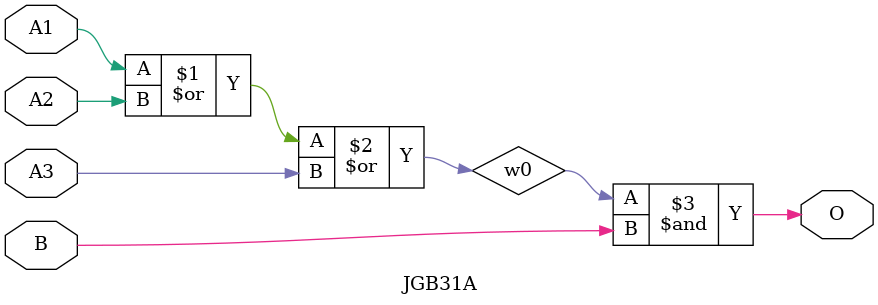
<source format=v>
module JGB31A(A1, A2, A3, B, O);
input   A1;
input   A2;
input   A3;
input   B;
output  O;
or g0(w0, A1, A2, A3);
and g1(O, w0, B);
endmodule
</source>
